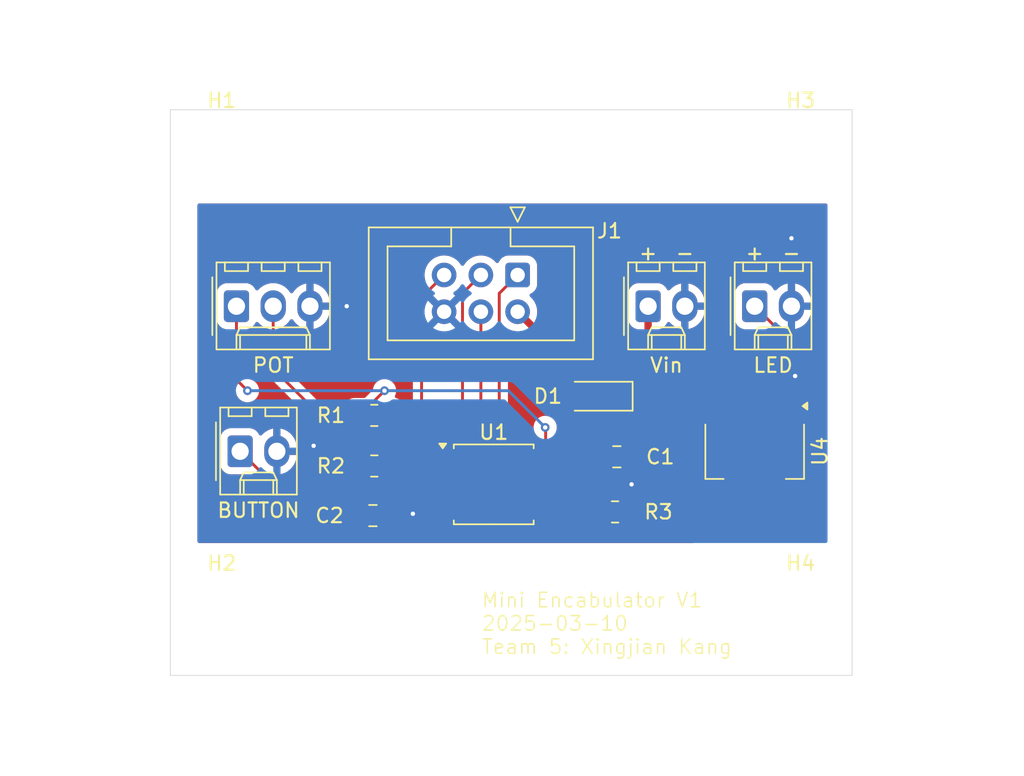
<source format=kicad_pcb>
(kicad_pcb (version 20241229) (generator "pcbnew") (generator_version "9.0")
  (layers (0 "F.Cu" signal) (2 "B.Cu" signal) (13 "F.Paste" user) (15 "B.Paste" user) (5 "F.SilkS" user "F.Silkscreen") (7 "B.SilkS" user "B.Silkscreen") (1 "F.Mask" user) (3 "B.Mask" user) (25 "Edge.Cuts" user))
  (net 0 "")
  (net 1 "+5V")
  (net 2 "GND")
  (net 3 "/BUTTON")
  (net 4 "Net-(D1-A)")
  (net 5 "/SCK")
  (net 6 "/MOSI")
  (net 7 "/MISO")
  (net 8 "/RST")
  (net 9 "Net-(J2-Pin_1)")
  (net 10 "Net-(J3-Pin_1)")
  (net 11 "Net-(J4-Pin_1)")
  (net 12 "Net-(J5-Pin_2)")
  (footprint "Connector_IDC:IDC-Header_2x03_P2.54mm_Vertical" (layer "F.Cu") (at 98.933 46.355 -90)
    (property "Reference" "J1" (at -3.048 -6.35 180) (layer "F.SilkS"))
    (property "Value" "AVR-ISP-6")
    (fp_line (start -3.29 10.29) (end -3.29 -5.21) (stroke (width 0.12)) (layer "F.SilkS"))
    (fp_line (start 5.83 10.29) (end -3.29 10.29) (stroke (width 0.12)) (layer "F.SilkS"))
    (fp_line (start -1.98 8.99) (end -1.98 4.59) (stroke (width 0.12)) (layer "F.SilkS"))
    (fp_line (start 4.52 8.99) (end -1.98 8.99) (stroke (width 0.12)) (layer "F.SilkS"))
    (fp_line (start -1.98 4.59) (end -3.29 4.59) (stroke (width 0.12)) (layer "F.SilkS"))
    (fp_line (start -1.98 4.59) (end -1.98 4.59) (stroke (width 0.12)) (layer "F.SilkS"))
    (fp_line (start -4.68 0.5) (end -3.68 0) (stroke (width 0.12)) (layer "F.SilkS"))
    (fp_line (start -3.29 0.49) (end -1.98 0.49) (stroke (width 0.12)) (layer "F.SilkS"))
    (fp_line (start -1.98 0.49) (end -1.98 -3.91) (stroke (width 0.12)) (layer "F.SilkS"))
    (fp_line (start -3.68 0) (end -4.68 -0.5) (stroke (width 0.12)) (layer "F.SilkS"))
    (fp_line (start -4.68 -0.5) (end -4.68 0.5) (stroke (width 0.12)) (layer "F.SilkS"))
    (fp_line (start -1.98 -3.91) (end 4.52 -3.91) (stroke (width 0.12)) (layer "F.SilkS"))
    (fp_line (start 4.52 -3.91) (end 4.52 8.99) (stroke (width 0.12)) (layer "F.SilkS"))
    (fp_line (start -3.29 -5.21) (end 5.83 -5.21) (stroke (width 0.12)) (layer "F.SilkS"))
    (fp_line (start 5.83 -5.21) (end 5.83 10.29) (stroke (width 0.12)) (layer "F.SilkS"))
    (pad "1" thru_hole roundrect (at 0 0 270) (size 1.7 1.7) (drill 1) (layers "*.Cu" "*.Mask") (roundrect_rratio 0.147059) (net 7 "/MISO"))
    (pad "2" thru_hole circle (at 2.54 0 270) (size 1.7 1.7) (drill 1) (layers "*.Cu" "*.Mask") (net 4 "Net-(D1-A)"))
    (pad "3" thru_hole circle (at 0 2.54 270) (size 1.7 1.7) (drill 1) (layers "*.Cu" "*.Mask") (net 5 "/SCK"))
    (pad "4" thru_hole circle (at 2.54 2.54 270) (size 1.7 1.7) (drill 1) (layers "*.Cu" "*.Mask") (net 6 "/MOSI"))
    (pad "5" thru_hole circle (at 0 5.08 270) (size 1.7 1.7) (drill 1) (layers "*.Cu" "*.Mask") (net 8 "/RST"))
    (pad "6" thru_hole circle (at 2.54 5.08 270) (size 1.7 1.7) (drill 1) (layers "*.Cu" "*.Mask") (net 2 "GND"))
  )
  (footprint "Package_TO_SOT_SMD:SOT-223-3_TabPin2" (layer "F.Cu") (at 115.316 58.547 -90)
    (property "Reference" "U4" (at 0 -4.5 90) (layer "F.SilkS"))
    (property "Value" "LM1117-5.0")
    (fp_line (start -1.85 3.41) (end 1.91 3.41) (stroke (width 0.12)) (layer "F.SilkS"))
    (fp_line (start 1.91 3.41) (end 1.91 2.15) (stroke (width 0.12)) (layer "F.SilkS"))
    (fp_line (start -1.85 -3.41) (end 1.91 -3.41) (stroke (width 0.12)) (layer "F.SilkS"))
    (fp_line (start 1.91 -3.41) (end 1.91 -2.15) (stroke (width 0.12)) (layer "F.SilkS"))
    (fp_poly (pts (xy -3.13 -3.31) (xy -3.37 -3.64) (xy -2.89 -3.64) (xy -3.13 -3.31)) (stroke (width 0.12)) (fill yes) (layer "F.SilkS"))
    (pad "1" smd roundrect (at -3.15 -2.3 270) (size 2 1.5) (layers "F.Cu" "F.Mask" "F.Paste") (net 2 "GND"))
    (pad "2" smd roundrect (at -3.15 0 270) (size 2 1.5) (layers "F.Cu" "F.Mask" "F.Paste") (net 1 "+5V"))
    (pad "2" smd roundrect (at 3.15 0 270) (size 2 3.8) (layers "F.Cu" "F.Mask" "F.Paste") (net 1 "+5V"))
    (pad "3" smd roundrect (at -3.15 2.3 270) (size 2 1.5) (layers "F.Cu" "F.Mask" "F.Paste") (net 9 "Net-(J2-Pin_1)"))
  )
  (footprint "Connector_Molex:Molex_KK-254_AE-6410-02A_1x02_P2.54mm_Vertical" (layer "F.Cu") (at 79.756 58.547)
    (property "Reference" "J3" (hide yes))
    (property "Value" "BUTTON" (at 1.27 4.08 0) (layer "F.SilkS"))
    (fp_line (start -1.67 -2) (end -1.67 2) (stroke (width 0.12)) (layer "F.SilkS"))
    (fp_line (start -1.38 -3.03) (end -1.38 2.99) (stroke (width 0.12)) (layer "F.SilkS"))
    (fp_line (start -1.38 2.99) (end 3.92 2.99) (stroke (width 0.12)) (layer "F.SilkS"))
    (fp_line (start -0.8 -3.03) (end -0.8 -2.43) (stroke (width 0.12)) (layer "F.SilkS"))
    (fp_line (start -0.8 -2.43) (end 0.8 -2.43) (stroke (width 0.12)) (layer "F.SilkS"))
    (fp_line (start 0 1.99) (end 0.25 1.46) (stroke (width 0.12)) (layer "F.SilkS"))
    (fp_line (start 0 1.99) (end 2.54 1.99) (stroke (width 0.12)) (layer "F.SilkS"))
    (fp_line (start 0 2.99) (end 0 1.99) (stroke (width 0.12)) (layer "F.SilkS"))
    (fp_line (start 0.25 1.46) (end 2.29 1.46) (stroke (width 0.12)) (layer "F.SilkS"))
    (fp_line (start 0.25 2.99) (end 0.25 1.99) (stroke (width 0.12)) (layer "F.SilkS"))
    (fp_line (start 0.8 -2.43) (end 0.8 -3.03) (stroke (width 0.12)) (layer "F.SilkS"))
    (fp_line (start 1.74 -3.03) (end 1.74 -2.43) (stroke (width 0.12)) (layer "F.SilkS"))
    (fp_line (start 1.74 -2.43) (end 3.34 -2.43) (stroke (width 0.12)) (layer "F.SilkS"))
    (fp_line (start 2.29 1.46) (end 2.54 1.99) (stroke (width 0.12)) (layer "F.SilkS"))
    (fp_line (start 2.29 2.99) (end 2.29 1.99) (stroke (width 0.12)) (layer "F.SilkS"))
    (fp_line (start 2.54 1.99) (end 2.54 2.99) (stroke (width 0.12)) (layer "F.SilkS"))
    (fp_line (start 3.34 -2.43) (end 3.34 -3.03) (stroke (width 0.12)) (layer "F.SilkS"))
    (fp_line (start 3.92 -3.03) (end -1.38 -3.03) (stroke (width 0.12)) (layer "F.SilkS"))
    (fp_line (start 3.92 2.99) (end 3.92 -3.03) (stroke (width 0.12)) (layer "F.SilkS"))
    (pad "1" thru_hole roundrect (at 0 0) (size 1.74 2.19) (drill 1.19) (layers "*.Cu" "*.Mask") (roundrect_rratio 0.143678) (net 10 "Net-(J3-Pin_1)"))
    (pad "2" thru_hole oval (at 2.54 0) (size 1.74 2.19) (drill 1.19) (layers "*.Cu" "*.Mask") (net 2 "GND"))
  )
  (footprint "Connector_Molex:Molex_KK-254_AE-6410-03A_1x03_P2.54mm_Vertical" (layer "F.Cu") (at 79.502 48.514)
    (property "Reference" "J5" (hide yes))
    (property "Value" "POT" (at 2.54 4.08 0) (layer "F.SilkS"))
    (fp_line (start -1.67 -2) (end -1.67 2) (stroke (width 0.12)) (layer "F.SilkS"))
    (fp_line (start -1.38 -3.03) (end -1.38 2.99) (stroke (width 0.12)) (layer "F.SilkS"))
    (fp_line (start -1.38 2.99) (end 6.46 2.99) (stroke (width 0.12)) (layer "F.SilkS"))
    (fp_line (start -0.8 -3.03) (end -0.8 -2.43) (stroke (width 0.12)) (layer "F.SilkS"))
    (fp_line (start -0.8 -2.43) (end 0.8 -2.43) (stroke (width 0.12)) (layer "F.SilkS"))
    (fp_line (start 0 1.99) (end 0.25 1.46) (stroke (width 0.12)) (layer "F.SilkS"))
    (fp_line (start 0 1.99) (end 5.08 1.99) (stroke (width 0.12)) (layer "F.SilkS"))
    (fp_line (start 0 2.99) (end 0 1.99) (stroke (width 0.12)) (layer "F.SilkS"))
    (fp_line (start 0.25 1.46) (end 4.83 1.46) (stroke (width 0.12)) (layer "F.SilkS"))
    (fp_line (start 0.25 2.99) (end 0.25 1.99) (stroke (width 0.12)) (layer "F.SilkS"))
    (fp_line (start 0.8 -2.43) (end 0.8 -3.03) (stroke (width 0.12)) (layer "F.SilkS"))
    (fp_line (start 1.74 -3.03) (end 1.74 -2.43) (stroke (width 0.12)) (layer "F.SilkS"))
    (fp_line (start 1.74 -2.43) (end 3.34 -2.43) (stroke (width 0.12)) (layer "F.SilkS"))
    (fp_line (start 3.34 -2.43) (end 3.34 -3.03) (stroke (width 0.12)) (layer "F.SilkS"))
    (fp_line (start 4.28 -3.03) (end 4.28 -2.43) (stroke (width 0.12)) (layer "F.SilkS"))
    (fp_line (start 4.28 -2.43) (end 5.88 -2.43) (stroke (width 0.12)) (layer "F.SilkS"))
    (fp_line (start 4.83 1.46) (end 5.08 1.99) (stroke (width 0.12)) (layer "F.SilkS"))
    (fp_line (start 4.83 2.99) (end 4.83 1.99) (stroke (width 0.12)) (layer "F.SilkS"))
    (fp_line (start 5.08 1.99) (end 5.08 2.99) (stroke (width 0.12)) (layer "F.SilkS"))
    (fp_line (start 5.88 -2.43) (end 5.88 -3.03) (stroke (width 0.12)) (layer "F.SilkS"))
    (fp_line (start 6.46 -3.03) (end -1.38 -3.03) (stroke (width 0.12)) (layer "F.SilkS"))
    (fp_line (start 6.46 2.99) (end 6.46 -3.03) (stroke (width 0.12)) (layer "F.SilkS"))
    (pad "1" thru_hole roundrect (at 0 0) (size 1.74 2.19) (drill 1.19) (layers "*.Cu" "*.Mask") (roundrect_rratio 0.143678) (net 1 "+5V"))
    (pad "2" thru_hole oval (at 2.54 0) (size 1.74 2.19) (drill 1.19) (layers "*.Cu" "*.Mask") (net 12 "Net-(J5-Pin_2)"))
    (pad "3" thru_hole oval (at 5.08 0) (size 1.74 2.19) (drill 1.19) (layers "*.Cu" "*.Mask") (net 2 "GND"))
  )
  (footprint "Connector_Molex:Molex_KK-254_AE-6410-02A_1x02_P2.54mm_Vertical" (layer "F.Cu") (at 115.316 48.514)
    (property "Reference" "J4" (hide yes))
    (property "Value" "LED" (at 1.27 4.08 0) (layer "F.SilkS"))
    (property "Field4" "+" (at 0 -3.683 0) (layer "F.SilkS"))
    (property "Field5" "-" (at 2.54 -3.683 0) (layer "F.SilkS"))
    (fp_line (start -1.67 -2) (end -1.67 2) (stroke (width 0.12)) (layer "F.SilkS"))
    (fp_line (start -1.38 -3.03) (end -1.38 2.99) (stroke (width 0.12)) (layer "F.SilkS"))
    (fp_line (start -1.38 2.99) (end 3.92 2.99) (stroke (width 0.12)) (layer "F.SilkS"))
    (fp_line (start -0.8 -3.03) (end -0.8 -2.43) (stroke (width 0.12)) (layer "F.SilkS"))
    (fp_line (start -0.8 -2.43) (end 0.8 -2.43) (stroke (width 0.12)) (layer "F.SilkS"))
    (fp_line (start 0 1.99) (end 0.25 1.46) (stroke (width 0.12)) (layer "F.SilkS"))
    (fp_line (start 0 1.99) (end 2.54 1.99) (stroke (width 0.12)) (layer "F.SilkS"))
    (fp_line (start 0 2.99) (end 0 1.99) (stroke (width 0.12)) (layer "F.SilkS"))
    (fp_line (start 0.25 1.46) (end 2.29 1.46) (stroke (width 0.12)) (layer "F.SilkS"))
    (fp_line (start 0.25 2.99) (end 0.25 1.99) (stroke (width 0.12)) (layer "F.SilkS"))
    (fp_line (start 0.8 -2.43) (end 0.8 -3.03) (stroke (width 0.12)) (layer "F.SilkS"))
    (fp_line (start 1.74 -3.03) (end 1.74 -2.43) (stroke (width 0.12)) (layer "F.SilkS"))
    (fp_line (start 1.74 -2.43) (end 3.34 -2.43) (stroke (width 0.12)) (layer "F.SilkS"))
    (fp_line (start 2.29 1.46) (end 2.54 1.99) (stroke (width 0.12)) (layer "F.SilkS"))
    (fp_line (start 2.29 2.99) (end 2.29 1.99) (stroke (width 0.12)) (layer "F.SilkS"))
    (fp_line (start 2.54 1.99) (end 2.54 2.99) (stroke (width 0.12)) (layer "F.SilkS"))
    (fp_line (start 3.34 -2.43) (end 3.34 -3.03) (stroke (width 0.12)) (layer "F.SilkS"))
    (fp_line (start 3.92 -3.03) (end -1.38 -3.03) (stroke (width 0.12)) (layer "F.SilkS"))
    (fp_line (start 3.92 2.99) (end 3.92 -3.03) (stroke (width 0.12)) (layer "F.SilkS"))
    (pad "1" thru_hole roundrect (at 0 0) (size 1.74 2.19) (drill 1.19) (layers "*.Cu" "*.Mask") (roundrect_rratio 0.143678) (net 11 "Net-(J4-Pin_1)"))
    (pad "2" thru_hole oval (at 2.54 0) (size 1.74 2.19) (drill 1.19) (layers "*.Cu" "*.Mask") (net 2 "GND"))
  )
  (footprint "MountingHole:MountingHole_3.2mm_M3" (layer "F.Cu") (at 118.491 38.481)
    (property "Reference" "H3" (at 0 -4.2 0) (layer "F.SilkS"))
    (property "Value" "MountingHole")
    (pad "" np_thru_hole circle (at 0 0) (size 3.2 3.2) (drill 3.2) (layers "*.Cu" "*.Mask"))
  )
  (footprint "Capacitor_SMD:C_0805_2012Metric_Pad1.18x1.45mm_HandSolder" (layer "F.Cu") (at 88.9315 62.992)
    (property "Reference" "C2" (at -3 0 0) (layer "F.SilkS"))
    (property "Value" "1uF")
    (fp_line (start -0.261252 -0.735) (end 0.261252 -0.735) (stroke (width 0.12)) (layer "F.SilkS"))
    (fp_line (start -0.261252 0.735) (end 0.261252 0.735) (stroke (width 0.12)) (layer "F.SilkS"))
    (pad "1" smd roundrect (at -1.0375 0) (size 1.175 1.45) (layers "F.Cu" "F.Mask" "F.Paste") (roundrect_rratio 0.212766) (net 3 "/BUTTON"))
    (pad "2" smd roundrect (at 1.0375 0) (size 1.175 1.45) (layers "F.Cu" "F.Mask" "F.Paste") (roundrect_rratio 0.212766) (net 2 "GND"))
  )
  (footprint "MountingHole:MountingHole_3.2mm_M3" (layer "F.Cu") (at 118.491 70.485)
    (property "Reference" "H4" (at 0 -4.2 0) (layer "F.SilkS"))
    (property "Value" "MountingHole")
    (pad "" np_thru_hole circle (at 0 0) (size 3.2 3.2) (drill 3.2) (layers "*.Cu" "*.Mask"))
  )
  (footprint "Connector_Molex:Molex_KK-254_AE-6410-02A_1x02_P2.54mm_Vertical" (layer "F.Cu") (at 107.95 48.514)
    (property "Reference" "J2" (hide yes))
    (property "Value" "Vin" (at 1.27 4.08 0) (layer "F.SilkS"))
    (property "+" "+" (at 0 -3.683 0) (layer "F.SilkS"))
    (property "-" "-" (at 2.54 -3.683 0) (layer "F.SilkS"))
    (fp_line (start -1.67 -2) (end -1.67 2) (stroke (width 0.12)) (layer "F.SilkS"))
    (fp_line (start -1.38 -3.03) (end -1.38 2.99) (stroke (width 0.12)) (layer "F.SilkS"))
    (fp_line (start -1.38 2.99) (end 3.92 2.99) (stroke (width 0.12)) (layer "F.SilkS"))
    (fp_line (start -0.8 -3.03) (end -0.8 -2.43) (stroke (width 0.12)) (layer "F.SilkS"))
    (fp_line (start -0.8 -2.43) (end 0.8 -2.43) (stroke (width 0.12)) (layer "F.SilkS"))
    (fp_line (start 0 1.99) (end 0.25 1.46) (stroke (width 0.12)) (layer "F.SilkS"))
    (fp_line (start 0 1.99) (end 2.54 1.99) (stroke (width 0.12)) (layer "F.SilkS"))
    (fp_line (start 0 2.99) (end 0 1.99) (stroke (width 0.12)) (layer "F.SilkS"))
    (fp_line (start 0.25 1.46) (end 2.29 1.46) (stroke (width 0.12)) (layer "F.SilkS"))
    (fp_line (start 0.25 2.99) (end 0.25 1.99) (stroke (width 0.12)) (layer "F.SilkS"))
    (fp_line (start 0.8 -2.43) (end 0.8 -3.03) (stroke (width 0.12)) (layer "F.SilkS"))
    (fp_line (start 1.74 -3.03) (end 1.74 -2.43) (stroke (width 0.12)) (layer "F.SilkS"))
    (fp_line (start 1.74 -2.43) (end 3.34 -2.43) (stroke (width 0.12)) (layer "F.SilkS"))
    (fp_line (start 2.29 1.46) (end 2.54 1.99) (stroke (width 0.12)) (layer "F.SilkS"))
    (fp_line (start 2.29 2.99) (end 2.29 1.99) (stroke (width 0.12)) (layer "F.SilkS"))
    (fp_line (start 2.54 1.99) (end 2.54 2.99) (stroke (width 0.12)) (layer "F.SilkS"))
    (fp_line (start 3.34 -2.43) (end 3.34 -3.03) (stroke (width 0.12)) (layer "F.SilkS"))
    (fp_line (start 3.92 -3.03) (end -1.38 -3.03) (stroke (width 0.12)) (layer "F.SilkS"))
    (fp_line (start 3.92 2.99) (end 3.92 -3.03) (stroke (width 0.12)) (layer "F.SilkS"))
    (pad "1" thru_hole roundrect (at 0 0) (size 1.74 2.19) (drill 1.19) (layers "*.Cu" "*.Mask") (roundrect_rratio 0.143678) (net 9 "Net-(J2-Pin_1)"))
    (pad "2" thru_hole oval (at 2.54 0) (size 1.74 2.19) (drill 1.19) (layers "*.Cu" "*.Mask") (net 2 "GND"))
  )
  (footprint "Capacitor_SMD:C_0805_2012Metric_Pad1.18x1.45mm_HandSolder" (layer "F.Cu") (at 105.791 58.928)
    (property "Reference" "C1" (at 3 0 0) (layer "F.SilkS"))
    (property "Value" "1uF")
    (fp_line (start -0.261252 -0.735) (end 0.261252 -0.735) (stroke (width 0.12)) (layer "F.SilkS"))
    (fp_line (start -0.261252 0.735) (end 0.261252 0.735) (stroke (width 0.12)) (layer "F.SilkS"))
    (pad "1" smd roundrect (at -1.0375 0) (size 1.175 1.45) (layers "F.Cu" "F.Mask" "F.Paste") (roundrect_rratio 0.212766) (net 1 "+5V"))
    (pad "2" smd roundrect (at 1.0375 0) (size 1.175 1.45) (layers "F.Cu" "F.Mask" "F.Paste") (roundrect_rratio 0.212766) (net 2 "GND"))
  )
  (footprint "Resistor_SMD:R_0805_2012Metric_Pad1.20x1.40mm_HandSolder" (layer "F.Cu") (at 89.027 59.563)
    (property "Reference" "R2" (at -3 0 0) (layer "F.SilkS"))
    (property "Value" "10k")
    (fp_line (start -0.227064 -0.735) (end 0.227064 -0.735) (stroke (width 0.12)) (layer "F.SilkS"))
    (fp_line (start -0.227064 0.735) (end 0.227064 0.735) (stroke (width 0.12)) (layer "F.SilkS"))
    (pad "1" smd roundrect (at -1 0) (size 1.2 1.4) (layers "F.Cu" "F.Mask" "F.Paste") (roundrect_rratio 0.208333) (net 10 "Net-(J3-Pin_1)"))
    (pad "2" smd roundrect (at 1 0) (size 1.2 1.4) (layers "F.Cu" "F.Mask" "F.Paste") (roundrect_rratio 0.208333) (net 3 "/BUTTON"))
  )
  (footprint "Resistor_SMD:R_0805_2012Metric_Pad1.20x1.40mm_HandSolder" (layer "F.Cu") (at 89.027 56.063)
    (property "Reference" "R1" (at -3 0 0) (layer "F.SilkS"))
    (property "Value" "10k")
    (fp_line (start -0.227064 -0.735) (end 0.227064 -0.735) (stroke (width 0.12)) (layer "F.SilkS"))
    (fp_line (start -0.227064 0.735) (end 0.227064 0.735) (stroke (width 0.12)) (layer "F.SilkS"))
    (pad "1" smd roundrect (at -1 0) (size 1.2 1.4) (layers "F.Cu" "F.Mask" "F.Paste") (roundrect_rratio 0.208333) (net 1 "+5V"))
    (pad "2" smd roundrect (at 1 0) (size 1.2 1.4) (layers "F.Cu" "F.Mask" "F.Paste") (roundrect_rratio 0.208333) (net 8 "/RST"))
  )
  (footprint "Resistor_SMD:R_0805_2012Metric_Pad1.20x1.40mm_HandSolder" (layer "F.Cu") (at 105.6665 62.738)
    (property "Reference" "R3" (at 3 0 0) (layer "F.SilkS"))
    (property "Value" "1k")
    (fp_line (start -0.227064 -0.735) (end 0.227064 -0.735) (stroke (width 0.12)) (layer "F.SilkS"))
    (fp_line (start -0.227064 0.735) (end 0.227064 0.735) (stroke (width 0.12)) (layer "F.SilkS"))
    (pad "1" smd roundrect (at -1 0) (size 1.2 1.4) (layers "F.Cu" "F.Mask" "F.Paste") (roundrect_rratio 0.208333) (net 5 "/SCK"))
    (pad "2" smd roundrect (at 1 0) (size 1.2 1.4) (layers "F.Cu" "F.Mask" "F.Paste") (roundrect_rratio 0.208333) (net 11 "Net-(J4-Pin_1)"))
  )
  (footprint "MountingHole:MountingHole_3.2mm_M3" (layer "F.Cu") (at 78.486 70.485)
    (property "Reference" "H2" (at 0 -4.2 0) (layer "F.SilkS"))
    (property "Value" "MountingHole")
    (pad "" np_thru_hole circle (at 0 0) (size 3.2 3.2) (drill 3.2) (layers "*.Cu" "*.Mask"))
  )
  (footprint "Package_SO:SOIC-8_5.3x5.3mm_P1.27mm" (layer "F.Cu") (at 97.282 60.833)
    (property "Reference" "U1" (at 0 -3.6 0) (layer "F.SilkS"))
    (property "Value" "ATtiny85-20S")
    (fp_line (start -2.76 -2.76) (end -2.76 -2.49) (stroke (width 0.12)) (layer "F.SilkS"))
    (fp_line (start -2.76 2.76) (end -2.76 2.49) (stroke (width 0.12)) (layer "F.SilkS"))
    (fp_line (start 0 -2.76) (end -2.76 -2.76) (stroke (width 0.12)) (layer "F.SilkS"))
    (fp_line (start 0 -2.76) (end 2.76 -2.76) (stroke (width 0.12)) (layer "F.SilkS"))
    (fp_line (start 0 2.76) (end -2.76 2.76) (stroke (width 0.12)) (layer "F.SilkS"))
    (fp_line (start 0 2.76) (end 2.76 2.76) (stroke (width 0.12)) (layer "F.SilkS"))
    (fp_line (start 2.76 -2.76) (end 2.76 -2.49) (stroke (width 0.12)) (layer "F.SilkS"))
    (fp_line (start 2.76 2.76) (end 2.76 2.49) (stroke (width 0.12)) (layer "F.SilkS"))
    (fp_poly (pts (xy -3.525 -2.49) (xy -3.765 -2.82) (xy -3.285 -2.82) (xy -3.525 -2.49)) (stroke (width 0.12)) (fill yes) (layer "F.SilkS"))
    (pad "1" smd roundrect (at -3.5875 -1.905) (size 1.625 0.65) (layers "F.Cu" "F.Mask" "F.Paste") (net 8 "/RST"))
    (pad "2" smd roundrect (at -3.5875 -0.635) (size 1.625 0.65) (layers "F.Cu" "F.Mask" "F.Paste") (net 12 "Net-(J5-Pin_2)"))
    (pad "3" smd roundrect (at -3.5875 0.635) (size 1.625 0.65) (layers "F.Cu" "F.Mask" "F.Paste") (net 3 "/BUTTON"))
    (pad "4" smd roundrect (at -3.5875 1.905) (size 1.625 0.65) (layers "F.Cu" "F.Mask" "F.Paste") (net 2 "GND"))
    (pad "5" smd roundrect (at 3.5875 1.905) (size 1.625 0.65) (layers "F.Cu" "F.Mask" "F.Paste") (net 6 "/MOSI"))
    (pad "6" smd roundrect (at 3.5875 0.635) (size 1.625 0.65) (layers "F.Cu" "F.Mask" "F.Paste") (net 7 "/MISO"))
    (pad "7" smd roundrect (at 3.5875 -0.635) (size 1.625 0.65) (layers "F.Cu" "F.Mask" "F.Paste") (net 5 "/SCK"))
    (pad "8" smd roundrect (at 3.5875 -1.905) (size 1.625 0.65) (layers "F.Cu" "F.Mask" "F.Paste") (net 1 "+5V"))
  )
  (footprint "Diode_SMD:D_SOD-123" (layer "F.Cu") (at 104.521 54.737 180)
    (property "Reference" "D1" (at 3.5 0 0) (layer "F.SilkS"))
    (property "Value" "MBR0520")
    (fp_line (start -2.36 1) (end 1.65 1) (stroke (width 0.12)) (layer "F.SilkS"))
    (fp_line (start -2.36 -1) (end 1.65 -1) (stroke (width 0.12)) (layer "F.SilkS"))
    (fp_line (start -2.36 -1) (end -2.36 1) (stroke (width 0.12)) (layer "F.SilkS"))
    (pad "1" smd roundrect (at -1.65 0 180) (size 0.9 1.2) (layers "F.Cu" "F.Mask" "F.Paste") (net 1 "+5V"))
    (pad "2" smd roundrect (at 1.65 0 180) (size 0.9 1.2) (layers "F.Cu" "F.Mask" "F.Paste") (net 4 "Net-(D1-A)"))
  )
  (footprint "MountingHole:MountingHole_3.2mm_M3" (layer "F.Cu") (at 78.486 38.481)
    (property "Reference" "H1" (at 0 -4.2 0) (layer "F.SilkS"))
    (property "Value" "MountingHole")
    (pad "" np_thru_hole circle (at 0 0) (size 3.2 3.2) (drill 3.2) (layers "*.Cu" "*.Mask"))
  )
  (gr_rect (start 74.93 34.925) (end 122.047 74.041) (stroke (width 0.05)) (fill no) (layer "Edge.Cuts"))
  (gr_text "Mini Encabulator V1\n2025-03-10\nTeam 5: Xingjian Kang\n" (at 96.393 72.644 0) (layer "F.SilkS") (effects (font (size 1 1) (thickness 0.1)) (justify left bottom)))
  (segment (start 106.171 54.737) (end 106.171 57.149) (width 0.508) (layer "F.Cu") (net 1))
  (segment (start 104.7535 58.928) (end 104.7535 57.6795) (width 0.508) (layer "F.Cu") (net 1))
  (segment (start 115.316 56.007) (end 114.173 57.15) (width 0.508) (layer "F.Cu") (net 1))
  (segment (start 80.264 54.356) (end 79.502 53.594) (width 0.2) (layer "F.Cu") (net 1))
  (segment (start 89.734 54.356) (end 88.027 56.063) (width 0.2) (layer "F.Cu") (net 1))
  (segment (start 114.173 57.15) (end 106.172 57.15) (width 0.508) (layer "F.Cu") (net 1))
  (segment (start 104.7535 58.928) (end 100.8695 58.928) (width 0.508) (layer "F.Cu") (net 1))
  (segment (start 79.502 53.594) (end 79.502 48.514) (width 0.2) (layer "F.Cu") (net 1))
  (segment (start 100.8695 56.9275) (end 100.838 56.896) (width 0.2) (layer "F.Cu") (net 1))
  (segment (start 115.316 55.397) (end 115.316 56.007) (width 0.508) (layer "F.Cu") (net 1))
  (segment (start 100.8695 58.928) (end 100.8695 56.9275) (width 0.2) (layer "F.Cu") (net 1))
  (segment (start 106.172 57.15) (end 105.283 57.15) (width 0.508) (layer "F.Cu") (net 1))
  (segment (start 104.7535 57.6795) (end 105.283 57.15) (width 0.508) (layer "F.Cu") (net 1))
  (segment (start 106.171 57.149) (end 106.172 57.15) (width 0.508) (layer "F.Cu") (net 1))
  (via (at 89.734 54.356) (size 0.6) (drill 0.3) (layers "F.Cu" "B.Cu") (net 1))
  (via (at 80.264 54.356) (size 0.6) (drill 0.3) (layers "F.Cu" "B.Cu") (net 1))
  (via (at 100.838 56.896) (size 0.6) (drill 0.3) (layers "F.Cu" "B.Cu") (net 1))
  (segment (start 80.264 54.356) (end 89.734 54.356) (width 0.2) (layer "B.Cu") (net 1))
  (segment (start 89.734 54.356) (end 98.298 54.356) (width 0.2) (layer "B.Cu") (net 1))
  (segment (start 98.298 54.356) (end 100.838 56.896) (width 0.2) (layer "B.Cu") (net 1))
  (via (at 91.694 62.865) (size 0.6) (drill 0.3) (layers "F.Cu" "B.Cu") (net 2))
  (via (at 84.836 58.166) (size 0.6) (drill 0.3) (layers "F.Cu" "B.Cu") (net 2))
  (via (at 87.122 48.514) (size 0.6) (drill 0.3) (layers "F.Cu" "B.Cu") (net 2))
  (via (at 106.807 60.833) (size 0.6) (drill 0.3) (layers "F.Cu" "B.Cu") (net 2))
  (via (at 117.856 43.815) (size 0.6) (drill 0.3) (layers "F.Cu" "B.Cu") (net 2))
  (via (at 118.11 53.34) (size 0.6) (drill 0.3) (layers "F.Cu" "B.Cu") (net 2))
  (segment (start 87.894 62.992) (end 87.894 61.696) (width 0.2) (layer "F.Cu") (net 3))
  (segment (start 91.932 61.468) (end 90.027 59.563) (width 0.2) (layer "F.Cu") (net 3))
  (segment (start 93.6945 61.468) (end 91.932 61.468) (width 0.2) (layer "F.Cu") (net 3))
  (segment (start 87.894 61.696) (end 90.027 59.563) (width 0.2) (layer "F.Cu") (net 3))
  (segment (start 102.871 52.833) (end 98.933 48.895) (width 0.508) (layer "F.Cu") (net 4))
  (segment (start 102.871 54.737) (end 102.871 52.833) (width 0.508) (layer "F.Cu") (net 4))
  (segment (start 102.616 61.132001) (end 102.616 62.865) (width 0.2) (layer "F.Cu") (net 5))
  (segment (start 104.6665 62.738) (end 102.743 62.738) (width 0.2) (layer "F.Cu") (net 5))
  (segment (start 102.616 62.865) (end 101.854 63.627) (width 0.2) (layer "F.Cu") (net 5))
  (segment (start 99.568 63.627) (end 95.123 59.182) (width 0.2) (layer "F.Cu") (net 5))
  (segment (start 95.123 47.625) (end 96.393 46.355) (width 0.2) (layer "F.Cu") (net 5))
  (segment (start 102.743 62.738) (end 102.616 62.865) (width 0.2) (layer "F.Cu") (net 5))
  (segment (start 102.616 61.132001) (end 101.681999 60.198) (width 0.2) (layer "F.Cu") (net 5))
  (segment (start 101.854 63.627) (end 99.568 63.627) (width 0.2) (layer "F.Cu") (net 5))
  (segment (start 95.123 59.182) (end 95.123 47.625) (width 0.2) (layer "F.Cu") (net 5))
  (segment (start 101.681999 60.198) (end 100.8695 60.198) (width 0.2) (layer "F.Cu") (net 5))
  (segment (start 96.393 58.801) (end 100.33 62.738) (width 0.2) (layer "F.Cu") (net 6))
  (segment (start 96.393 48.895) (end 96.393 58.801) (width 0.2) (layer "F.Cu") (net 6))
  (segment (start 100.33 62.738) (end 100.8695 62.738) (width 0.2) (layer "F.Cu") (net 6))
  (segment (start 97.663 58.801) (end 100.33 61.468) (width 0.2) (layer "F.Cu") (net 7))
  (segment (start 97.663 47.625) (end 97.663 58.801) (width 0.2) (layer "F.Cu") (net 7))
  (segment (start 98.933 46.355) (end 97.663 47.625) (width 0.2) (layer "F.Cu") (net 7))
  (segment (start 100.33 61.468) (end 100.8695 61.468) (width 0.2) (layer "F.Cu") (net 7))
  (segment (start 92.295 47.913) (end 92.295 57.5285) (width 0.2) (layer "F.Cu") (net 8))
  (segment (start 92.31325 57.54675) (end 90.8295 56.063) (width 0.2) (layer "F.Cu") (net 8))
  (segment (start 93.6945 58.928) (end 92.31325 57.54675) (width 0.2) (layer "F.Cu") (net 8))
  (segment (start 90.8295 56.063) (end 90.027 56.063) (width 0.2) (layer "F.Cu") (net 8))
  (segment (start 92.295 57.5285) (end 92.31325 57.54675) (width 0.2) (layer "F.Cu") (net 8))
  (segment (start 93.853 46.355) (end 92.295 47.913) (width 0.2) (layer "F.Cu") (net 8))
  (segment (start 107.95 48.514) (end 107.95 50.331) (width 0.508) (layer "F.Cu") (net 9))
  (segment (start 107.95 50.331) (end 113.016 55.397) (width 0.508) (layer "F.Cu") (net 9))
  (segment (start 81.915 60.706) (end 86.884 60.706) (width 0.2) (layer "F.Cu") (net 10))
  (segment (start 86.884 60.706) (end 88.027 59.563) (width 0.2) (layer "F.Cu") (net 10))
  (segment (start 79.756 58.547) (end 81.915 60.706) (width 0.2) (layer "F.Cu") (net 10))
  (segment (start 111.379 64.135) (end 109.982 62.738) (width 0.2) (layer "F.Cu") (net 11))
  (segment (start 115.316 48.514) (end 119.888 53.086) (width 0.2) (layer "F.Cu") (net 11))
  (segment (start 119.888 53.086) (end 119.888 62.738) (width 0.2) (layer "F.Cu") (net 11))
  (segment (start 109.982 62.738) (end 106.6665 62.738) (width 0.2) (layer "F.Cu") (net 11))
  (segment (start 119.888 62.738) (end 118.491 64.135) (width 0.2) (layer "F.Cu") (net 11))
  (segment (start 118.491 64.135) (end 111.379 64.135) (width 0.2) (layer "F.Cu") (net 11))
  (segment (start 93.091 60.198) (end 90.551 57.658) (width 0.2) (layer "F.Cu") (net 12))
  (segment (start 82.042 52.832) (end 82.042 48.514) (width 0.2) (layer "F.Cu") (net 12))
  (segment (start 93.6945 60.198) (end 93.091 60.198) (width 0.2) (layer "F.Cu") (net 12))
  (segment (start 90.551 57.658) (end 86.868 57.658) (width 0.2) (layer "F.Cu") (net 12))
  (segment (start 86.868 57.658) (end 82.042 52.832) (width 0.2) (layer "F.Cu") (net 12))
  (zone (net 2) (net_name "GND") (layers "F.Cu" "B.Cu") (connect_pads (clearance 0.5)) (min_thickness 0.25) (fill yes (thermal_gap 0.5) (thermal_bridge_width 0.5))
    (polygon (pts (xy 76.803 41.413) (xy 76.803 64.888) (xy 120.348 64.888) (xy 120.348 41.413)))
  )
)
</source>
